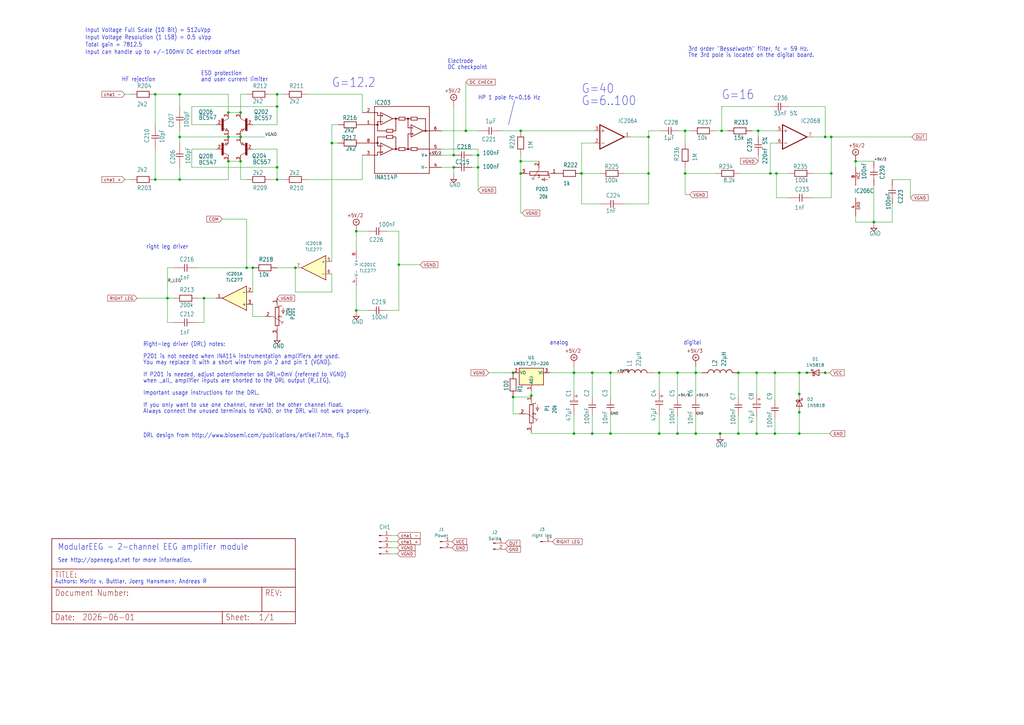
<source format=kicad_sch>
(kicad_sch (version 20230121) (generator eeschema)
  (paper "User" 427.126 302.666)
  (junction (at 217.17 72.39))
  (junction (at 115.57 39.37))
  (junction (at 307.975 180.975))
  (junction (at 333.375 180.975))
  (junction (at 282.575 180.975))
  (junction (at 344.17 155.575))
  (junction (at 323.215 180.975))
  (junction (at 95.25 57.15))
  (junction (at 115.57 44.45))
  (junction (at 307.975 155.575))
  (junction (at 138.43 59.69))
  (junction (at 74.93 74.93))
  (junction (at 300.99 54.61))
  (junction (at 364.49 92.71))
  (junction (at 64.77 39.37))
  (junction (at 346.71 57.15))
  (junction (at 344.17 57.15))
  (junction (at 254.635 180.975))
  (junction (at 315.595 155.575))
  (junction (at 239.395 155.575))
  (junction (at 285.75 72.39))
  (junction (at 333.375 164.465))
  (junction (at 247.015 180.975))
  (junction (at 74.93 57.15))
  (junction (at 333.375 172.085))
  (junction (at 95.25 46.99))
  (junction (at 270.51 72.39))
  (junction (at 274.955 155.575))
  (junction (at 254.635 155.575))
  (junction (at 346.71 72.39))
  (junction (at 315.595 180.975))
  (junction (at 100.33 46.99))
  (junction (at 64.77 74.93))
  (junction (at 189.23 69.85))
  (junction (at 282.575 155.575))
  (junction (at 356.87 67.31))
  (junction (at 102.87 111.76))
  (junction (at 239.395 180.975))
  (junction (at 270.51 57.15))
  (junction (at 85.09 124.46))
  (junction (at 217.17 67.31))
  (junction (at 221.615 165.1))
  (junction (at 290.195 155.575))
  (junction (at 199.39 64.77))
  (junction (at 115.57 69.85))
  (junction (at 300.355 180.975))
  (junction (at 247.015 155.575))
  (junction (at 148.59 96.52))
  (junction (at 166.37 110.49))
  (junction (at 69.85 124.46))
  (junction (at 321.31 72.39))
  (junction (at 148.59 129.54))
  (junction (at 290.195 180.975))
  (junction (at 105.41 111.76))
  (junction (at 323.215 155.575))
  (junction (at 189.23 64.77))
  (junction (at 217.17 54.61))
  (junction (at 100.33 57.15))
  (junction (at 274.955 180.975))
  (junction (at 194.31 54.61))
  (junction (at 74.93 39.37))
  (junction (at 199.39 69.85))
  (junction (at 285.75 54.61))
  (junction (at 95.25 67.31))
  (junction (at 213.995 155.575))
  (junction (at 323.85 72.39))
  (junction (at 115.57 74.93))
  (junction (at 242.57 72.39))
  (junction (at 336.55 155.575))
  (junction (at 100.33 67.31))
  (junction (at 213.995 165.735))
  (junction (at 333.375 155.575))
  (junction (at 123.19 111.76))
  (junction (at 316.23 54.61))
  (wire (pts (xy 333.375 180.975) (xy 346.075 180.975)) (stroke (width 0.1524)))
  (wire (pts (xy 364.49 92.71) (xy 356.87 92.71)) (stroke (width 0.1524)))
  (wire (pts (xy 110.49 132.08) (xy 105.41 132.08)) (stroke (width 0.1524)))
  (wire (pts (xy 333.375 170.815) (xy 333.375 172.085)))
  (wire (pts (xy 254.635 180.975) (xy 247.015 180.975)) (stroke (width 0.1524)))
  (wire (pts (xy 288.29 54.61) (xy 285.75 54.61)) (stroke (width 0.1524)))
  (wire (pts (xy 74.93 54.61) (xy 74.93 57.15)) (stroke (width 0.1524)))
  (wire (pts (xy 165.735 228.6) (xy 163.195 228.6)))
  (wire (pts (xy 184.15 54.61) (xy 194.31 54.61)) (stroke (width 0.1524)))
  (wire (pts (xy 140.97 59.69) (xy 138.43 59.69)) (stroke (width 0.1524)))
  (wire (pts (xy 315.595 155.575) (xy 315.595 164.465)) (stroke (width 0.1524)))
  (wire (pts (xy 203.835 155.575) (xy 213.995 155.575)))
  (wire (pts (xy 74.93 44.45) (xy 74.93 39.37)) (stroke (width 0.1524)))
  (wire (pts (xy 270.51 54.61) (xy 270.51 57.15)) (stroke (width 0.1524)))
  (wire (pts (xy 148.59 129.54) (xy 148.59 121.92)) (stroke (width 0.1524)))
  (wire (pts (xy 307.975 173.355) (xy 307.975 180.975)) (stroke (width 0.1524)))
  (wire (pts (xy 69.85 134.62) (xy 69.85 124.46)) (stroke (width 0.1524)))
  (wire (pts (xy 292.735 155.575) (xy 290.195 155.575)) (stroke (width 0.1524)))
  (wire (pts (xy 323.85 82.55) (xy 323.85 72.39)) (stroke (width 0.1524)))
  (wire (pts (xy 80.01 69.85) (xy 115.57 69.85)) (stroke (width 0.1524)))
  (wire (pts (xy 82.55 134.62) (xy 85.09 134.62)) (stroke (width 0.1524)))
  (wire (pts (xy 285.75 59.69) (xy 285.75 54.61)) (stroke (width 0.1524)))
  (wire (pts (xy 217.17 72.39) (xy 217.17 88.9)))
  (wire (pts (xy 166.37 129.54) (xy 166.37 110.49)) (stroke (width 0.1524)))
  (wire (pts (xy 100.33 67.31) (xy 100.33 74.93)) (stroke (width 0.1524)))
  (wire (pts (xy 247.65 59.69) (xy 242.57 59.69)) (stroke (width 0.1524)))
  (wire (pts (xy 346.71 82.55) (xy 346.71 72.39)) (stroke (width 0.1524)))
  (wire (pts (xy 82.55 111.76) (xy 102.87 111.76)) (stroke (width 0.1524)))
  (wire (pts (xy 100.33 57.15) (xy 110.49 57.15)) (stroke (width 0.1524)))
  (wire (pts (xy 274.955 155.575) (xy 272.415 155.575)) (stroke (width 0.1524)))
  (wire (pts (xy 95.25 46.99) (xy 100.33 46.99)) (stroke (width 0.1524)))
  (wire (pts (xy 165.735 231.14) (xy 163.195 231.14)))
  (wire (pts (xy 213.995 172.72) (xy 216.535 172.72)))
  (wire (pts (xy 262.89 57.15) (xy 270.51 57.15)) (stroke (width 0.1524)))
  (wire (pts (xy 138.43 52.07) (xy 138.43 59.69)) (stroke (width 0.1524)))
  (wire (pts (xy 166.37 110.49) (xy 175.26 110.49)) (stroke (width 0.1524)))
  (wire (pts (xy 298.45 72.39) (xy 285.75 72.39)) (stroke (width 0.1524)))
  (wire (pts (xy 189.23 69.85) (xy 184.15 69.85)) (stroke (width 0.1524)))
  (wire (pts (xy 105.41 52.07) (xy 115.57 52.07)) (stroke (width 0.1524)))
  (wire (pts (xy 344.17 57.15) (xy 344.17 44.45)) (stroke (width 0.1524)))
  (wire (pts (xy 95.25 57.15) (xy 100.33 57.15)) (stroke (width 0.1524)))
  (wire (pts (xy 300.99 54.61) (xy 298.45 54.61)) (stroke (width 0.1524)))
  (wire (pts (xy 196.85 64.77) (xy 199.39 64.77)) (stroke (width 0.1524)))
  (wire (pts (xy 260.35 72.39) (xy 270.51 72.39)) (stroke (width 0.1524)))
  (wire (pts (xy 242.57 59.69) (xy 242.57 72.39)) (stroke (width 0.1524)))
  (wire (pts (xy 72.39 124.46) (xy 69.85 124.46)) (stroke (width 0.1524)))
  (wire (pts (xy 74.93 69.85) (xy 74.93 74.93)) (stroke (width 0.1524)))
  (wire (pts (xy 285.75 81.28) (xy 287.655 81.28)))
  (wire (pts (xy 328.93 82.55) (xy 323.85 82.55)) (stroke (width 0.1524)))
  (wire (pts (xy 100.33 39.37) (xy 102.87 39.37)) (stroke (width 0.1524)))
  (wire (pts (xy 95.25 67.31) (xy 100.33 67.31)) (stroke (width 0.1524)))
  (wire (pts (xy 356.87 92.71) (xy 356.87 90.17)) (stroke (width 0.1524)))
  (wire (pts (xy 69.85 124.46) (xy 57.15 124.46)) (stroke (width 0.1524)))
  (wire (pts (xy 290.195 155.575) (xy 282.575 155.575)) (stroke (width 0.1524)))
  (wire (pts (xy 290.195 153.035) (xy 290.195 155.575)) (stroke (width 0.1524)))
  (wire (pts (xy 115.57 74.93) (xy 113.03 74.93)) (stroke (width 0.1524)))
  (wire (pts (xy 74.93 59.69) (xy 74.93 57.15)) (stroke (width 0.1524)))
  (wire (pts (xy 74.93 57.15) (xy 95.25 57.15)) (stroke (width 0.1524)))
  (wire (pts (xy 151.13 74.93) (xy 151.13 64.77)) (stroke (width 0.1524)))
  (wire (pts (xy 336.55 155.575) (xy 338.455 155.575)) (stroke (width 0.1524)))
  (wire (pts (xy 356.87 67.31) (xy 356.87 69.85)) (stroke (width 0.1524)))
  (wire (pts (xy 74.93 74.93) (xy 64.77 74.93)) (stroke (width 0.1524)))
  (wire (pts (xy 285.75 69.85) (xy 285.75 72.39)) (stroke (width 0.1524)))
  (wire (pts (xy 254.635 165.735) (xy 254.635 155.575)) (stroke (width 0.1524)))
  (wire (pts (xy 224.79 67.31) (xy 217.17 67.31)) (stroke (width 0.1524)))
  (wire (pts (xy 239.395 180.975) (xy 247.015 180.975)) (stroke (width 0.1524)))
  (wire (pts (xy 307.975 165.735) (xy 307.975 155.575)) (stroke (width 0.1524)))
  (wire (pts (xy 333.375 155.575) (xy 332.74 155.575)))
  (wire (pts (xy 69.85 111.76) (xy 69.85 124.46)) (stroke (width 0.1524)))
  (wire (pts (xy 213.995 165.735) (xy 221.615 165.735)))
  (wire (pts (xy 115.57 44.45) (xy 115.57 39.37)) (stroke (width 0.1524)))
  (wire (pts (xy 270.51 72.39) (xy 270.51 57.15)) (stroke (width 0.1524)))
  (wire (pts (xy 307.975 155.575) (xy 315.595 155.575)) (stroke (width 0.1524)))
  (wire (pts (xy 148.59 96.52) (xy 153.67 96.52)) (stroke (width 0.1524)))
  (wire (pts (xy 123.19 121.92) (xy 123.19 111.76)) (stroke (width 0.1524)))
  (wire (pts (xy 247.015 173.355) (xy 247.015 180.975)) (stroke (width 0.1524)))
  (wire (pts (xy 242.57 72.39) (xy 242.57 85.09)) (stroke (width 0.1524)))
  (wire (pts (xy 285.75 54.61) (xy 283.21 54.61)) (stroke (width 0.1524)))
  (wire (pts (xy 274.955 180.975) (xy 282.575 180.975)) (stroke (width 0.1524)))
  (wire (pts (xy 323.215 180.975) (xy 333.375 180.975)) (stroke (width 0.1524)))
  (wire (pts (xy 339.09 82.55) (xy 346.71 82.55)) (stroke (width 0.1524)))
  (wire (pts (xy 189.23 64.77) (xy 189.23 44.45)) (stroke (width 0.1524)))
  (wire (pts (xy 270.51 54.61) (xy 275.59 54.61)) (stroke (width 0.1524)))
  (wire (pts (xy 64.77 62.23) (xy 64.77 74.93)) (stroke (width 0.1524)))
  (wire (pts (xy 80.01 52.07) (xy 80.01 44.45)) (stroke (width 0.1524)))
  (polyline (pts (xy 214.63 41.91) (xy 212.09 52.07)) (stroke (width 0.1524) (type solid)))
  (wire (pts (xy 328.93 72.39) (xy 323.85 72.39)) (stroke (width 0.1524)))
  (wire (pts (xy 161.29 129.54) (xy 166.37 129.54)) (stroke (width 0.1524)))
  (wire (pts (xy 372.11 85.09) (xy 372.11 92.71)) (stroke (width 0.1524)))
  (wire (pts (xy 364.49 77.47) (xy 364.49 92.71)) (stroke (width 0.1524)))
  (wire (pts (xy 72.39 111.76) (xy 69.85 111.76)) (stroke (width 0.1524)))
  (wire (pts (xy 52.07 39.37) (xy 54.61 39.37)))
  (wire (pts (xy 321.31 72.39) (xy 308.61 72.39)) (stroke (width 0.1524)))
  (wire (pts (xy 74.93 39.37) (xy 95.25 39.37)) (stroke (width 0.1524)))
  (wire (pts (xy 138.43 59.69) (xy 138.43 109.22)) (stroke (width 0.1524)))
  (wire (pts (xy 72.39 134.62) (xy 69.85 134.62)) (stroke (width 0.1524)))
  (wire (pts (xy 323.215 155.575) (xy 323.215 167.005)) (stroke (width 0.1524)))
  (wire (pts (xy 115.57 69.85) (xy 115.57 74.93)) (stroke (width 0.1524)))
  (wire (pts (xy 290.195 180.975) (xy 282.575 180.975)) (stroke (width 0.1524)))
  (wire (pts (xy 115.57 39.37) (xy 113.03 39.37)) (stroke (width 0.1524)))
  (wire (pts (xy 346.71 57.15) (xy 380.365 57.15)) (stroke (width 0.1524)))
  (wire (pts (xy 52.07 74.93) (xy 54.61 74.93)) (stroke (width 0.1524)))
  (wire (pts (xy 199.39 69.85) (xy 199.39 79.375)) (stroke (width 0.1524)))
  (wire (pts (xy 346.71 72.39) (xy 346.71 57.15)) (stroke (width 0.1524)))
  (wire (pts (xy 239.395 153.035) (xy 239.395 155.575)) (stroke (width 0.1524)))
  (wire (pts (xy 217.17 67.31) (xy 217.17 72.39)) (stroke (width 0.1524)))
  (wire (pts (xy 254.635 155.575) (xy 247.015 155.575)) (stroke (width 0.1524)))
  (wire (pts (xy 333.375 164.465) (xy 333.375 155.575)))
  (wire (pts (xy 260.35 85.09) (xy 270.51 85.09)) (stroke (width 0.1524)))
  (wire (pts (xy 90.17 52.07) (xy 80.01 52.07)) (stroke (width 0.1524)))
  (wire (pts (xy 274.955 155.575) (xy 274.955 163.195)) (stroke (width 0.1524)))
  (wire (pts (xy 323.85 59.69) (xy 321.31 59.69)) (stroke (width 0.1524)))
  (wire (pts (xy 313.69 54.61) (xy 316.23 54.61)) (stroke (width 0.1524)))
  (wire (pts (xy 74.93 39.37) (xy 64.77 39.37)) (stroke (width 0.1524)))
  (wire (pts (xy 323.215 174.625) (xy 323.215 180.975)))
  (wire (pts (xy 333.375 172.085) (xy 333.375 180.975)))
  (wire (pts (xy 239.395 155.575) (xy 239.395 163.195)) (stroke (width 0.1524)))
  (wire (pts (xy 128.27 74.93) (xy 151.13 74.93)) (stroke (width 0.1524)))
  (wire (pts (xy 102.87 91.44) (xy 102.87 111.76)) (stroke (width 0.1524)))
  (wire (pts (xy 194.31 34.29) (xy 194.31 54.61)) (stroke (width 0.1524)))
  (wire (pts (xy 290.195 180.975) (xy 300.355 180.975)) (stroke (width 0.1524)))
  (wire (pts (xy 300.99 44.45) (xy 300.99 54.61)) (stroke (width 0.1524)))
  (wire (pts (xy 92.71 91.44) (xy 102.87 91.44)) (stroke (width 0.1524)))
  (wire (pts (xy 285.75 72.39) (xy 285.75 81.28)))
  (wire (pts (xy 105.41 121.92) (xy 105.41 111.76)) (stroke (width 0.1524)))
  (wire (pts (xy 80.01 62.23) (xy 80.01 69.85)) (stroke (width 0.1524)))
  (wire (pts (xy 166.37 96.52) (xy 166.37 110.49)) (stroke (width 0.1524)))
  (wire (pts (xy 323.215 155.575) (xy 333.375 155.575)) (stroke (width 0.1524)))
  (wire (pts (xy 90.17 62.23) (xy 80.01 62.23)) (stroke (width 0.1524)))
  (wire (pts (xy 343.535 155.575) (xy 344.17 155.575)))
  (wire (pts (xy 290.195 165.735) (xy 290.195 155.575)) (stroke (width 0.1524)))
  (wire (pts (xy 151.13 39.37) (xy 151.13 46.99)) (stroke (width 0.1524)))
  (wire (pts (xy 165.735 223.52) (xy 163.195 223.52)))
  (wire (pts (xy 323.85 72.39) (xy 321.31 72.39)) (stroke (width 0.1524)))
  (wire (pts (xy 194.31 54.61) (xy 199.39 54.61)) (stroke (width 0.1524)))
  (wire (pts (xy 209.55 54.61) (xy 217.17 54.61)) (stroke (width 0.1524)))
  (wire (pts (xy 247.015 165.735) (xy 247.015 155.575)) (stroke (width 0.1524)))
  (wire (pts (xy 316.23 54.61) (xy 323.85 54.61)) (stroke (width 0.1524)))
  (wire (pts (xy 105.41 62.23) (xy 115.57 62.23)) (stroke (width 0.1524)))
  (wire (pts (xy 115.57 39.37) (xy 118.11 39.37)) (stroke (width 0.1524)))
  (wire (pts (xy 161.29 96.52) (xy 166.37 96.52)) (stroke (width 0.1524)))
  (wire (pts (xy 138.43 121.92) (xy 123.19 121.92)) (stroke (width 0.1524)))
  (wire (pts (xy 254.635 173.355) (xy 254.635 180.975)) (stroke (width 0.1524)))
  (wire (pts (xy 199.39 69.85) (xy 196.85 69.85)) (stroke (width 0.1524)))
  (wire (pts (xy 247.65 54.61) (xy 217.17 54.61)) (stroke (width 0.1524)))
  (wire (pts (xy 333.375 155.575) (xy 336.55 155.575)) (stroke (width 0.1524)))
  (wire (pts (xy 316.23 54.61) (xy 316.23 57.15)) (stroke (width 0.1524)))
  (wire (pts (xy 372.11 92.71) (xy 364.49 92.71)) (stroke (width 0.1524)))
  (wire (pts (xy 379.73 74.93) (xy 372.11 74.93)) (stroke (width 0.1524)))
  (wire (pts (xy 282.575 173.355) (xy 282.575 180.975)) (stroke (width 0.1524)))
  (wire (pts (xy 184.15 62.23) (xy 199.39 62.23)) (stroke (width 0.1524)))
  (wire (pts (xy 64.77 52.07) (xy 64.77 39.37)) (stroke (width 0.1524)))
  (wire (pts (xy 315.595 180.975) (xy 323.215 180.975)) (stroke (width 0.1524)))
  (wire (pts (xy 217.17 64.77) (xy 217.17 67.31)) (stroke (width 0.1524)))
  (wire (pts (xy 321.31 44.45) (xy 300.99 44.45)) (stroke (width 0.1524)))
  (wire (pts (xy 290.195 173.355) (xy 290.195 180.975)) (stroke (width 0.1524)))
  (wire (pts (xy 165.735 226.06) (xy 163.195 226.06)))
  (wire (pts (xy 221.615 165.1) (xy 221.615 165.735)))
  (wire (pts (xy 85.09 124.46) (xy 82.55 124.46)) (stroke (width 0.1524)))
  (wire (pts (xy 128.27 39.37) (xy 151.13 39.37)) (stroke (width 0.1524)))
  (wire (pts (xy 115.57 52.07) (xy 115.57 44.45)) (stroke (width 0.1524)))
  (wire (pts (xy 221.615 180.34) (xy 221.615 180.975)))
  (wire (pts (xy 307.975 180.975) (xy 315.595 180.975)) (stroke (width 0.1524)))
  (wire (pts (xy 339.09 72.39) (xy 346.71 72.39)) (stroke (width 0.1524)))
  (wire (pts (xy 95.25 74.93) (xy 95.25 67.31)) (stroke (width 0.1524)))
  (wire (pts (xy 217.805 88.9) (xy 217.17 88.9)))
  (wire (pts (xy 303.53 54.61) (xy 300.99 54.61)) (stroke (width 0.1524)))
  (wire (pts (xy 105.41 132.08) (xy 105.41 127)) (stroke (width 0.1524)))
  (wire (pts (xy 239.395 173.355) (xy 239.395 180.975)) (stroke (width 0.1524)))
  (wire (pts (xy 339.09 57.15) (xy 344.17 57.15)) (stroke (width 0.1524)))
  (wire (pts (xy 274.955 180.975) (xy 254.635 180.975)) (stroke (width 0.1524)))
  (wire (pts (xy 199.39 64.77) (xy 199.39 69.85)) (stroke (width 0.1524)))
  (wire (pts (xy 344.17 44.45) (xy 328.93 44.45)) (stroke (width 0.1524)))
  (wire (pts (xy 115.57 62.23) (xy 115.57 69.85)) (stroke (width 0.1524)))
  (wire (pts (xy 344.17 155.575) (xy 346.075 155.575)))
  (wire (pts (xy 138.43 114.3) (xy 138.43 121.92)) (stroke (width 0.1524)))
  (wire (pts (xy 80.01 44.45) (xy 115.57 44.45)) (stroke (width 0.1524)))
  (wire (pts (xy 74.93 74.93) (xy 95.25 74.93)) (stroke (width 0.1524)))
  (wire (pts (xy 379.73 74.93) (xy 379.73 82.55)) (stroke (width 0.1524)))
  (wire (pts (xy 100.33 46.99) (xy 100.33 39.37)) (stroke (width 0.1524)))
  (wire (pts (xy 257.175 155.575) (xy 254.635 155.575)) (stroke (width 0.1524)))
  (wire (pts (xy 140.97 52.07) (xy 138.43 52.07)) (stroke (width 0.1524)))
  (wire (pts (xy 221.615 163.195) (xy 221.615 165.1)))
  (wire (pts (xy 102.87 111.76) (xy 105.41 111.76)) (stroke (width 0.1524)))
  (wire (pts (xy 123.19 111.76) (xy 115.57 111.76)) (stroke (width 0.1524)))
  (wire (pts (xy 95.25 39.37) (xy 95.25 46.99)) (stroke (width 0.1524)))
  (wire (pts (xy 184.15 64.77) (xy 189.23 64.77)) (stroke (width 0.1524)))
  (wire (pts (xy 148.59 100.965) (xy 148.59 96.52)) (stroke (width 0.1524)))
  (wire (pts (xy 148.59 129.54) (xy 153.67 129.54)) (stroke (width 0.1524)))
  (wire (pts (xy 189.23 72.39) (xy 189.23 69.85)) (stroke (width 0.1524)))
  (wire (pts (xy 307.975 180.975) (xy 300.355 180.975)) (stroke (width 0.1524)))
  (wire (pts (xy 333.375 165.735) (xy 333.375 164.465)))
  (wire (pts (xy 270.51 85.09) (xy 270.51 72.39)) (stroke (width 0.1524)))
  (wire (pts (xy 242.57 72.39) (xy 250.19 72.39)) (stroke (width 0.1524)))
  (wire (pts (xy 229.235 155.575) (xy 239.395 155.575)))
  (wire (pts (xy 282.575 155.575) (xy 274.955 155.575)) (stroke (width 0.1524)))
  (wire (pts (xy 148.59 100.965) (xy 148.59 104.14)))
  (wire (pts (xy 213.995 165.735) (xy 213.995 172.72)))
  (wire (pts (xy 364.49 67.31) (xy 356.87 67.31)) (stroke (width 0.1524)))
  (wire (pts (xy 115.57 74.93) (xy 118.11 74.93)) (stroke (width 0.1524)))
  (wire (pts (xy 274.955 173.355) (xy 274.955 180.975)) (stroke (width 0.1524)))
  (wire (pts (xy 315.595 155.575) (xy 323.215 155.575)) (stroke (width 0.1524)))
  (wire (pts (xy 282.575 165.735) (xy 282.575 155.575)) (stroke (width 0.1524)))
  (wire (pts (xy 221.615 180.975) (xy 239.395 180.975)) (stroke (width 0.1524)))
  (wire (pts (xy 148.59 119.38) (xy 148.59 121.92)))
  (wire (pts (xy 100.33 74.93) (xy 102.87 74.93)) (stroke (width 0.1524)))
  (wire (pts (xy 242.57 85.09) (xy 250.19 85.09)) (stroke (width 0.1524)))
  (wire (pts (xy 344.17 57.15) (xy 346.71 57.15)) (stroke (width 0.1524)))
  (wire (pts (xy 199.39 62.23) (xy 199.39 64.77)) (stroke (width 0.1524)))
  (wire (pts (xy 90.17 124.46) (xy 85.09 124.46)) (stroke (width 0.1524)))
  (wire (pts (xy 85.09 134.62) (xy 85.09 124.46)) (stroke (width 0.1524)))
  (wire (pts (xy 316.23 64.77) (xy 316.23 67.31)) (stroke (width 0.1524)))
  (wire (pts (xy 315.595 174.625) (xy 315.595 180.975)))
  (wire (pts (xy 321.31 59.69) (xy 321.31 72.39)) (stroke (width 0.1524)))
  (wire (pts (xy 247.015 155.575) (xy 239.395 155.575)) (stroke (width 0.1524)))
  (text "Right-leg driver (DRL) notes:" (at 59.69 144.78 0) (effects (font (size 1.778 1.5113)) (justify left bottom)))
  (text "Important usage instructions for the DRL." (at 59.69 165.1 0) (effects (font (size 1.778 1.5113)) (justify left bottom)))
  (text "G=12.2" (at 138.43 36.83 0) (effects (font (size 3.81 3.2385)) (justify left bottom)))
  (text "digital" (at 285.115 144.145 0) (effects (font (size 1.778 1.5113)) (justify left bottom)))
  (text "G=16" (at 300.99 41.91 0) (effects (font (size 3.81 3.2385)) (justify left bottom)))
  (text "when _all_ amplifier inputs are shorted to the DRL output (R_LEG)." (at 59.69 160.02 0) (effects (font (size 1.778 1.5113)) (justify left bottom)))
  (text "Always connect the unused terminals to VGND, or the DRL will not work properly." (at 59.69 172.72 0) (effects (font (size 1.778 1.5113)) (justify left bottom)))
  (text "Input Voltage Full Scale (10 Bit) = 512uVpp" (at 35.56 13.716 0) (effects (font (size 1.778 1.5113)) (justify left bottom)))
  (text "Electrode" (at 186.69 26.67 0) (effects (font (size 1.778 1.5113)) (justify left bottom)))
  (text "and user current limiter" (at 83.82 34.29 0) (effects (font (size 1.778 1.5113)) (justify left bottom)))
  (text "G=40" (at 242.57 39.37 0) (effects (font (size 3.81 3.2385)) (justify left bottom)))
  (text "3rd order \"Besselworth\" filter, fc = 59 Hz." (at 287.02 21.59 0) (effects (font (size 1.778 1.5113)) (justify left bottom)))
  (text "HP 1 pole fc=0.16 Hz" (at 199.39 41.91 0) (effects (font (size 1.778 1.5113)) (justify left bottom)))
  (text "DC checkpoint" (at 186.69 29.21 0) (effects (font (size 1.778 1.5113)) (justify left bottom)))
  (text "See http://openeeg.sf.net for more information." (at 24.13 234.95 0) (effects (font (size 1.778 1.5113)) (justify left bottom)))
  (text "P201 is not needed when INA114 instrumentation amplifiers are used." (at 59.69 149.86 0) (effects (font (size 1.778 1.5113)) (justify left bottom)))
  (text "Input can handle up to +/-100mV DC electrode offset" (at 35.56 22.86 0) (effects (font (size 1.778 1.5113)) (justify left bottom)))
  (text "DRL design from http://www.biosemi.com/publications/artikel7.htm, fig.3" (at 59.69 182.88 0) (effects (font (size 1.778 1.5113)) (justify left bottom)))
  (text "HF rejection" (at 50.8 34.29 0) (effects (font (size 1.778 1.5113)) (justify left bottom)))
  (text "Authors: Moritz v. Buttlar, Joerg Hansmann, Andreas R" (at 22.86 243.84 0) (effects (font (size 1.778 1.5113)) (justify left bottom)))
  (text "ESD protection" (at 83.82 31.75 0) (effects (font (size 1.778 1.5113)) (justify left bottom)))
  (text "analog" (at 229.235 144.145 0) (effects (font (size 1.778 1.5113)) (justify left bottom)))
  (text "G=6..100" (at 242.57 44.45 0) (effects (font (size 3.81 3.2385)) (justify left bottom)))
  (text "Total gain = 7812.5" (at 35.56 19.812 0) (effects (font (size 1.778 1.5113)) (justify left bottom)))
  (text "Input Voltage Resolution (1 LSB) = 0.5 uVpp" (at 35.56 16.764 0) (effects (font (size 1.778 1.5113)) (justify left bottom)))
  (text "If P201 is needed, adjust potentiometer so DRL=0mV (referred to VGND)" (at 59.69 157.48 0) (effects (font (size 1.778 1.5113)) (justify left bottom)))
  (text "If you only want to use one channel, never let the other channel float." (at 59.69 170.18 0) (effects (font (size 1.778 1.5113)) (justify left bottom)))
  (text "The 3rd pole is located on the digital board." (at 287.02 24.13 0) (effects (font (size 1.778 1.5113)) (justify left bottom)))
  (text "You may replace it with a short wire from pin 2 and pin 1 (VGND)." (at 59.69 152.4 0) (effects (font (size 1.778 1.5113)) (justify left bottom)))
  (text "right leg driver" (at 60.96 104.14 0) (effects (font (size 1.778 1.5113)) (justify left bottom)))
  (text "ModularEEG - 2-channel EEG amplifier module" (at 24.13 229.87 0) (effects (font (size 2.54 2.159)) (justify left bottom)))
  (label "VGND" (at 110.49 57.15 0) (effects (font (size 1.2446 1.2446))))
  (label "+5V/2" (at 364.49 67.31 0) (effects (font (size 1.016 1.016))))
  (label "R_LEG" (at 69.85 118.11 0) (effects (font (size 1.2446 1.2446))))
  (label "GND" (at 254.635 173.355 0) (effects (font (size 1.016 1.016))))
  (label "GND" (at 290.195 173.355 0) (effects (font (size 1.016 1.016))))
  (label "+5V/2" (at 184.15 64.77 180) (effects (font (size 1.016 1.016))))
  (label "+5V/3" (at 282.575 165.735 0) (effects (font (size 1.016 1.016))))
  (label "+5V/2" (at 257.175 155.575 0) (effects (font (size 1.016 1.016))))
  (label "+5V/3" (at 290.195 165.735 0) (effects (font (size 1.016 1.016))))
  (global_label "VGND" (shape input) (at 165.735 228.6 0) (property "Intersheetrefs" "${INTERSHEET_REFS}" (effects hide)))
  (global_label "VGND" (shape input) (at 316.23 67.31 180) (property "Intersheetrefs" "${INTERSHEET_REFS}" (effects hide)))
  (global_label "RIGHT LEG" (shape input) (at 57.15 124.46 180) (property "Intersheetrefs" "${INTERSHEET_REFS}" (effects hide)))
  (global_label "GND" (shape input) (at 346.075 180.975 0) (property "Intersheetrefs" "${INTERSHEET_REFS}" (effects hide)))
  (global_label "VGND" (shape input) (at 217.805 88.9 0) (property "Intersheetrefs" "${INTERSHEET_REFS}" (effects hide)))
  (global_label "GND" (shape input) (at 210.82 229.235 0) (property "Intersheetrefs" "${INTERSHEET_REFS}" (effects hide)))
  (global_label "VCC" (shape input) (at 346.075 155.575 0) (property "Intersheetrefs" "${INTERSHEET_REFS}" (effects hide)))
  (global_label "VCC" (shape input) (at 188.595 226.06 0) (property "Intersheetrefs" "${INTERSHEET_REFS}" (effects hide)))
  (global_label "VGND" (shape input) (at 199.39 79.375 0) (property "Intersheetrefs" "${INTERSHEET_REFS}" (effects hide)))
  (global_label "VGND" (shape input) (at 175.26 110.49 0) (property "Intersheetrefs" "${INTERSHEET_REFS}" (effects hide)))
  (global_label "OUT" (shape input) (at 380.365 57.15 0) (property "Intersheetrefs" "${INTERSHEET_REFS}" (effects hide)))
  (global_label "cha1 -" (shape input) (at 52.07 39.37 180) (property "Intersheetrefs" "${INTERSHEET_REFS}" (effects hide)))
  (global_label "VGND" (shape input) (at 379.73 82.55 0) (property "Intersheetrefs" "${INTERSHEET_REFS}" (effects hide)))
  (global_label "VGND" (shape input) (at 165.735 231.14 0) (property "Intersheetrefs" "${INTERSHEET_REFS}" (effects hide)))
  (global_label "cha1 -" (shape input) (at 165.735 223.52 0) (property "Intersheetrefs" "${INTERSHEET_REFS}" (effects hide)))
  (global_label "cha1 +" (shape input) (at 165.735 226.06 0) (property "Intersheetrefs" "${INTERSHEET_REFS}" (effects hide)))
  (global_label "VGND" (shape input) (at 115.57 124.46 0) (property "Intersheetrefs" "${INTERSHEET_REFS}" (effects hide)))
  (global_label "cha1 +" (shape input) (at 52.07 74.93 180) (property "Intersheetrefs" "${INTERSHEET_REFS}" (effects hide)))
  (global_label "DC CHECK" (shape input) (at 194.31 34.29 0) (property "Intersheetrefs" "${INTERSHEET_REFS}" (effects hide)))
  (global_label "GND" (shape input) (at 188.595 228.6 0) (property "Intersheetrefs" "${INTERSHEET_REFS}" (effects hide)))
  (global_label "OUT" (shape input) (at 210.82 226.695 0) (property "Intersheetrefs" "${INTERSHEET_REFS}" (effects hide)))
  (global_label "VGND" (shape input) (at 287.655 81.28 0) (property "Intersheetrefs" "${INTERSHEET_REFS}" (effects hide)))
  (global_label "VGND" (shape input) (at 203.835 155.575 180) (property "Intersheetrefs" "${INTERSHEET_REFS}" (effects hide)))
  (global_label "COM" (shape input) (at 92.71 91.44 180) (property "Intersheetrefs" "${INTERSHEET_REFS}" (effects hide)))
  (global_label "RIGHT LEG" (shape input) (at 230.505 226.06 0) (property "Intersheetrefs" "${INTERSHEET_REFS}" (effects hide)))
  (symbol (lib_id "modEEGdigital_v1.12-eagle-import:+5V/3") (at 290.195 150.495 0) (unit 1)
    (property "Reference" "#U$04" (effects hide))
    (property "Value" "+5V/3" (effects hide))
  )
  (symbol (lib_id "modEEGdigital_v1.12-eagle-import:CAPNP-5") (at 323.215 169.545 90) (unit 1)
    (property "Reference" "C9" (at 320.04 163.83 0) (effects (font (size 1.778 1.5113)) (justify right top)))
    (property "Value" "100nF" (at 320.04 171.45 0) (effects (font (size 1.778 1.5113)) (justify right top)))
    (property "Footprint" "modEEGamp_v1.12:C-5" (effects hide))
  )
  (symbol (lib_id "modEEGamp_v1.12-eagle-import:RESEU-10") (at 110.49 111.76 0) (unit 1)
    (property "Reference" "R218" (at 107.95 109.22 0) (effects (font (size 1.778 1.5113)) (justify left bottom)))
    (property "Value" "10k" (at 107.95 115.57 0) (effects (font (size 1.778 1.5113)) (justify left bottom)))
    (property "Footprint" "modEEGamp_v1.12:R_Axial_DIN0204_L3.6mm_D1.6mm_P7.62mm_Horizontal" (effects hide))
  )
  (symbol (lib_id "modEEGamp_v1.12-eagle-import:RESEU-7,5") (at 303.53 72.39 0) (unit 1)
    (property "Reference" "R234" (at 299.72 70.485 0) (effects (font (size 1.778 1.5113)) (justify left bottom)))
    (property "Value" "8.2k" (at 301.625 76.2 0) (effects (font (size 1.778 1.5113)) (justify left bottom)))
    (property "Footprint" "modEEGamp_v1.12:R_Axial_DIN0204_L3.6mm_D1.6mm_P7.62mm_Horizontal" (effects hide))
  )
  (symbol (lib_id "modEEGdigital_v1.12-eagle-import:GND") (at 148.59 132.08 0) (unit 1)
    (property "Reference" "#U$09" (effects hide))
    (property "Value" "GND" (at 146.685 135.255 0) (effects (font (size 1.778 1.5113)) (justify left bottom)))
  )
  (symbol (lib_id "modEEGamp_v1.12-eagle-import:RESEU-7,5") (at 255.27 72.39 0) (unit 1)
    (property "Reference" "R225" (at 252.095 70.485 0) (effects (font (size 1.778 1.5113)) (justify left bottom)))
    (property "Value" "100k" (at 252.095 76.2 0) (effects (font (size 1.778 1.5113)) (justify left bottom)))
    (property "Footprint" "modEEGamp_v1.12:R_Axial_DIN0204_L3.6mm_D1.6mm_P7.62mm_Horizontal" (effects hide))
  )
  (symbol (lib_id "modEEGamp_v1.12-eagle-import:CAPNP-7,5") (at 334.01 82.55 0) (unit 1)
    (property "Reference" "C233" (at 331.47 80.01 0) (effects (font (size 1.778 1.5113)) (justify left bottom)))
    (property "Value" "1nF" (at 331.47 87.63 0) (effects (font (size 1.778 1.5113)) (justify left bottom)))
    (property "Footprint" "modEEGamp_v1.12:C-5" (effects hide))
  )
  (symbol (lib_id "modEEGamp_v1.12-eagle-import:CAPNP-7,5") (at 64.77 57.15 90) (unit 1)
    (property "Reference" "C210" (at 62.23 59.69 0) (effects (font (size 1.778 1.5113)) (justify left bottom)))
    (property "Value" "10pF" (at 68.58 59.69 0) (effects (font (size 1.778 1.5113)) (justify left bottom)))
    (property "Footprint" "modEEGamp_v1.12:C-5" (effects hide))
  )
  (symbol (lib_id "modEEGamp_v1.12-eagle-import:CAPNP-5") (at 326.39 44.45 0) (unit 1)
    (property "Reference" "C236" (at 322.58 41.91 0) (effects (font (size 1.778 1.5113)) (justify left bottom)))
    (property "Value" "33nF 5%" (at 322.58 48.26 0) (effects (font (size 1.778 1.5113)) (justify left bottom)))
    (property "Footprint" "modEEGamp_v1.12:C-5" (effects hide))
  )
  (symbol (lib_id "modEEGamp_v1.12-eagle-import:CAPNP-5") (at 316.23 59.69 90) (unit 1)
    (property "Reference" "C235" (at 313.69 63.5 0) (effects (font (size 1.778 1.5113)) (justify left bottom)))
    (property "Value" "220nF 5%" (at 320.04 68.58 0) (effects (font (size 1.778 1.5113)) (justify left bottom)))
    (property "Footprint" "modEEGamp_v1.12:C-5" (effects hide))
  )
  (symbol (lib_id "modEEGdigital_v1.12-eagle-import:CAPNP-5@2") (at 307.975 170.815 270) (unit 1)
    (property "Reference" "C7" (at 304.8 163.83 0) (effects (font (size 1.778 1.5113)) (justify left bottom)))
    (property "Value" "100nF" (at 304.8 170.18 0) (effects (font (size 1.778 1.5113)) (justify left bottom)))
    (property "Footprint" "modEEGamp_v1.12:C-5" (effects hide))
  )
  (symbol (lib_id "modEEGdigital_v1.12-eagle-import:CAPNP-5") (at 290.195 168.275 90) (unit 1)
    (property "Reference" "C6" (at 288.925 165.735 0) (effects (font (size 1.778 1.5113)) (justify left bottom)))
    (property "Value" "10nF" (at 288.925 177.165 0) (effects (font (size 1.778 1.5113)) (justify left bottom)))
    (property "Footprint" "modEEGamp_v1.12:C-5" (effects hide))
  )
  (symbol (lib_id "modEEGamp_v1.12-eagle-import:CAPNP-5") (at 156.21 96.52 180) (unit 1)
    (property "Reference" "C226" (at 160.02 99.06 0) (effects (font (size 1.778 1.5113)) (justify left bottom)))
    (property "Value" "100nF" (at 165.1 92.71 0) (effects (font (size 1.778 1.5113)) (justify left bottom)))
    (property "Footprint" "modEEGamp_v1.12:C-5" (effects hide))
  )
  (symbol (lib_id "modEEGdigital_v1.12-eagle-import:CAPNP-5") (at 247.015 168.275 90) (unit 1)
    (property "Reference" "C2" (at 245.745 165.735 0) (effects (font (size 1.778 1.5113)) (justify left bottom)))
    (property "Value" "100nF" (at 245.745 177.165 0) (effects (font (size 1.778 1.5113)) (justify left bottom)))
    (property "Footprint" "modEEGamp_v1.12:C-5" (effects hide))
  )
  (symbol (lib_id "modEEGamp_v1.12-eagle-import:CAPNP-7,5") (at 77.47 111.76 0) (unit 1)
    (property "Reference" "C216" (at 74.93 109.22 0) (effects (font (size 1.778 1.5113)) (justify left bottom)))
    (property "Value" "1nF" (at 74.93 116.84 0) (effects (font (size 1.778 1.5113)) (justify left bottom)))
    (property "Footprint" "modEEGamp_v1.12:C-5" (effects hide))
  )
  (symbol (lib_id "modEEGdigital_v1.12-eagle-import:L-10") (at 264.795 155.575 90) (unit 1)
    (property "Reference" "L1" (at 263.525 153.035 0) (effects (font (size 1.778 1.5113)) (justify left bottom)))
    (property "Value" "22µH" (at 267.335 153.035 0) (effects (font (size 1.778 1.5113)) (justify left bottom)))
    (property "Footprint" "Inductor_THT:L_Radial_L7.5mm_W4.6mm_P5.00mm_Neosid_SD75" (effects hide))
  )
  (symbol (lib_id "modEEGdigital_v1.12-eagle-import:GND") (at 189.23 74.93 0) (unit 1)
    (property "Reference" "#U$012" (effects hide))
    (property "Value" "GND" (at 187.325 78.105 0) (effects (font (size 1.778 1.5113)) (justify left bottom)))
  )
  (symbol (lib_id "modEEGamp_v1.12-eagle-import:RESEU-7,5@2") (at 293.37 54.61 0) (unit 1)
    (property "Reference" "R237" (at 290.83 52.07 0) (effects (font (size 1.778 1.5113)) (justify left bottom)))
    (property "Value" "10k" (at 290.83 58.42 0) (effects (font (size 1.778 1.5113)) (justify left bottom)))
    (property "Footprint" "modEEGamp_v1.12:R_Axial_DIN0204_L3.6mm_D1.6mm_P7.62mm_Horizontal" (effects hide))
  )
  (symbol (lib_id "modEEGdigital_v1.12-eagle-import:GND") (at 364.49 95.25 0) (unit 1)
    (property "Reference" "#U$05" (effects hide))
    (property "Value" "GND" (at 362.585 98.425 0) (effects (font (size 1.778 1.5113)) (justify left bottom)))
  )
  (symbol (lib_id "Amplifier_Operational:TLC277") (at 97.79 124.46 180) (unit 1)
    (property "Reference" "IC201" (at 97.79 114.3 0))
    (property "Value" "TLC277" (at 97.79 116.84 0))
    (property "Footprint" "modEEGamp_v1.12:DIL-08" (effects hide))
    (property "Datasheet" "http://www.ti.com/lit/ds/symlink/tlc272.pdf" (effects hide))
  )
  (symbol (lib_id "modEEGamp_v1.12-eagle-import:CAPNP-7,5@2") (at 204.47 54.61 180) (unit 1)
    (property "Reference" "C221" (at 207.01 57.15 0) (effects (font (size 1.778 1.5113)) (justify left bottom)))
    (property "Value" "1µF" (at 207.01 49.53 0) (effects (font (size 1.778 1.5113)) (justify left bottom)))
    (property "Footprint" "modEEGamp_v1.12:C-10" (effects hide))
  )
  (symbol (lib_id "Amplifier_Operational:TLC277") (at 151.13 111.76 0) (unit 3)
    (property "Reference" "IC201" (at 149.86 110.49 0) (effects (justify left)))
    (property "Value" "TLC277" (at 149.86 113.03 0) (effects (justify left)))
    (property "Footprint" "modEEGamp_v1.12:DIL-08" (effects hide))
    (property "Datasheet" "http://www.ti.com/lit/ds/symlink/tlc272.pdf" (effects hide))
  )
  (symbol (lib_id "modEEGamp_v1.12-eagle-import:RESEU-7,5") (at 213.995 160.655 270) (mirror x) (unit 1)
    (property "Reference" "R1" (at 215.9 163.83 0) (effects (font (size 1.778 1.5113)) (justify left bottom)))
    (property "Value" "100" (at 210.185 163.195 0) (effects (font (size 1.778 1.5113)) (justify left bottom)))
    (property "Footprint" "modEEGamp_v1.12:R_Axial_DIN0204_L3.6mm_D1.6mm_P7.62mm_Horizontal" (effects hide))
  )
  (symbol (lib_id "modEEGamp_v1.12-eagle-import:CAPNP-7,5") (at 74.93 49.53 90) (unit 1)
    (property "Reference" "C207" (at 72.39 53.34 0) (effects (font (size 1.778 1.5113)) (justify left bottom)))
    (property "Value" "100pF" (at 78.74 53.34 0) (effects (font (size 1.778 1.5113)) (justify left bottom)))
    (property "Footprint" "modEEGamp_v1.12:C-5" (effects hide))
  )
  (symbol (lib_id "modEEGamp_v1.12-eagle-import:CAPNP-5") (at 194.31 69.85 0) (unit 1)
    (property "Reference" "C215" (at 189.865 68.58 0) (effects (font (size 1.778 1.5113)) (justify left bottom)))
    (property "Value" "100nF" (at 201.295 70.485 0) (effects (font (size 1.778 1.5113)) (justify left bottom)))
    (property "Footprint" "modEEGamp_v1.12:C-5" (effects hide))
  )
  (symbol (lib_id "modEEGamp_v1.12-eagle-import:RESEU-7,5@2") (at 308.61 54.61 0) (unit 1)
    (property "Reference" "R233" (at 306.07 52.07 0) (effects (font (size 1.778 1.5113)) (justify left bottom)))
    (property "Value" "15k" (at 306.07 58.42 0) (effects (font (size 1.778 1.5113)) (justify left bottom)))
    (property "Footprint" "modEEGamp_v1.12:R_Axial_DIN0204_L3.6mm_D1.6mm_P7.62mm_Horizontal" (effects hide))
  )
  (symbol (lib_id "modEEGamp_v1.12-eagle-import:RESEU-10") (at 123.19 74.93 0) (mirror x) (unit 1)
    (property "Reference" "R210" (at 120.65 77.47 0) (effects (font (size 1.778 1.5113)) (justify left bottom)))
    (property "Value" "2k2" (at 120.65 71.12 0) (effects (font (size 1.778 1.5113)) (justify left bottom)))
    (property "Footprint" "modEEGamp_v1.12:R_Axial_DIN0204_L3.6mm_D1.6mm_P7.62mm_Horizontal" (effects hide))
  )
  (symbol (lib_id "modEEGamp_v1.12-eagle-import:TLC277P") (at 331.47 57.15 0) (unit 2)
    (property "Reference" "IC206" (at 334.01 51.435 0) (effects (font (size 1.778 1.5113)) (justify left bottom)))
    (property "Value" "TLC277P" (effects hide))
    (property "Footprint" "modEEGamp_v1.12:DIL-08" (effects hide))
  )
  (symbol (lib_id "modEEGamp_v1.12-eagle-import:RESEU-10") (at 59.69 74.93 0) (mirror x) (unit 1)
    (property "Reference" "R203" (at 57.15 77.47 0) (effects (font (size 1.778 1.5113)) (justify left bottom)))
    (property "Value" "2k2" (at 57.15 69.85 0) (effects (font (size 1.778 1.5113)) (justify left bottom)))
    (property "Footprint" "modEEGamp_v1.12:R_Axial_DIN0204_L3.6mm_D1.6mm_P7.62mm_Horizontal" (effects hide))
  )
  (symbol (lib_id "modEEGamp_v1.12-eagle-import:+5V/2") (at 189.23 41.91 0) (unit 1)
    (property "Reference" "#U$026" (effects hide))
    (property "Value" "+5V/2" (effects hide))
  )
  (symbol (lib_id "modEEGamp_v1.12-eagle-import:RESEU-10") (at 123.19 39.37 0) (unit 1)
    (property "Reference" "R211" (at 120.65 36.83 0) (effects (font (size 1.778 1.5113)) (justify left bottom)))
    (property "Value" "2k2" (at 120.65 43.18 0) (effects (font (size 1.778 1.5113)) (justify left bottom)))
    (property "Footprint" "modEEGamp_v1.12:R_Axial_DIN0204_L3.6mm_D1.6mm_P7.62mm_Horizontal" (effects hide))
  )
  (symbol (lib_id "modEEGamp_v1.12-eagle-import:RESEU-10") (at 107.95 39.37 0) (unit 1)
    (property "Reference" "R212" (at 105.41 36.83 0) (effects (font (size 1.778 1.5113)) (justify left bottom)))
    (property "Value" "2k2" (at 105.41 43.18 0) (effects (font (size 1.778 1.5113)) (justify left bottom)))
    (property "Footprint" "modEEGamp_v1.12:R_Axial_DIN0204_L3.6mm_D1.6mm_P7.62mm_Horizontal" (effects hide))
  )
  (symbol (lib_id "Diode:1N5818") (at 340.36 155.575 0) (unit 1)
    (property "Reference" "D1" (at 340.0425 149.86 0))
    (property "Value" "1N5818" (at 340.0425 152.4 0))
    (property "Footprint" "Diode_THT:D_DO-41_SOD81_P7.62mm_Horizontal" (effects hide))
    (property "Datasheet" "http://www.vishay.com/docs/88525/1n5817.pdf" (effects hide))
  )
  (symbol (lib_id "modEEGamp_v1.12-eagle-import:RESEU-7,5") (at 146.05 52.07 180) (unit 1)
    (property "Reference" "R216" (at 142.875 50.165 0) (effects (font (size 1.778 1.5113)) (justify right top)))
    (property "Value" "2k2" (at 143.51 55.245 0) (effects (font (size 1.778 1.5113)) (justify right top)))
    (property "Footprint" "modEEGamp_v1.12:R_Axial_DIN0204_L3.6mm_D1.6mm_P7.62mm_Horizontal" (effects hide))
  )
  (symbol (lib_id "modEEGamp_v1.12-eagle-import:CAPNP-7,5") (at 255.27 85.09 0) (unit 1)
    (property "Reference" "C224" (at 252.73 82.55 0) (effects (font (size 1.778 1.5113)) (justify left bottom)))
    (property "Value" "1nF" (at 252.73 88.9 0) (effects (font (size 1.778 1.5113)) (justify left bottom)))
    (property "Footprint" "modEEGamp_v1.12:C-5" (effects hide))
  )
  (symbol (lib_id "modEEGdigital_v1.12-eagle-import:ELC-5") (at 274.955 168.275 90) (unit 1)
    (property "Reference" "C4" (at 273.685 165.735 0) (effects (font (size 1.778 1.5113)) (justify left bottom)))
    (property "Value" "47µF" (at 273.685 175.895 0) (effects (font (size 1.778 1.5113)) (justify left bottom)))
    (property "Footprint" "modEEGamp_v1.12:CP_Radial_D6.3mm_P2.50mm" (effects hide))
  )
  (symbol (lib_id "Amplifier_Operational:TLC277") (at 130.81 111.76 0) (mirror y) (unit 2)
    (property "Reference" "IC201" (at 130.81 101.6 0))
    (property "Value" "TLC277" (at 130.81 104.14 0))
    (property "Footprint" "modEEGamp_v1.12:DIL-08" (effects hide))
    (property "Datasheet" "http://www.ti.com/lit/ds/symlink/tlc272.pdf" (effects hide))
  )
  (symbol (lib_id "modEEGamp_v1.12-eagle-import:CAPNP-5") (at 194.31 64.77 0) (unit 1)
    (property "Reference" "C218" (at 190.5 62.23 0) (effects (font (size 1.778 1.5113)) (justify left bottom)))
    (property "Value" "100nF" (at 201.295 64.77 0) (effects (font (size 1.778 1.5113)) (justify left bottom)))
    (property "Footprint" "modEEGamp_v1.12:C-5" (effects hide))
  )
  (symbol (lib_id "Connector:Conn_01x01_Pin") (at 225.425 226.06 0) (unit 1)
    (property "Reference" "J3" (at 226.06 220.98 0))
    (property "Value" "right leg" (at 226.06 223.52 0))
    (property "Footprint" "Connector_PinHeader_2.54mm:PinHeader_1x01_P2.54mm_Vertical" (effects hide))
  )
  (symbol (lib_id "modEEGamp_v1.12-eagle-import:DINA3_L") (at 21.59 260.35 0) (unit 2)
    (property "Reference" "#U$1" (effects hide))
    (property "Value" "DINA3_L" (effects hide))
  )
  (symbol (lib_id "modEEGdigital_v1.12-eagle-import:GND") (at 115.57 142.24 0) (unit 1)
    (property "Reference" "#U$02" (effects hide))
    (property "Value" "GND" (at 113.665 145.415 0) (effects (font (size 1.778 1.5113)) (justify left bottom)))
  )
  (symbol (lib_id "modEEGamp_v1.12-eagle-import:CAPNP-7,5@3") (at 280.67 54.61 0) (unit 1)
    (property "Reference" "C228" (at 276.86 52.07 0) (effects (font (size 1.778 1.5113)) (justify left bottom)))
    (property "Value" "1µF" (at 276.86 58.42 0) (effects (font (size 1.778 1.5113)) (justify left bottom)))
    (property "Footprint" "modEEGamp_v1.12:C-10" (effects hide))
  )
  (symbol (lib_id "modEEGamp_v1.12-eagle-import:TLC277P") (at 356.87 80.01 0) (unit 3)
    (property "Reference" "IC206" (at 356.235 80.645 0) (effects (font (size 1.778 1.5113)) (justify left bottom)))
    (property "Value" "TLC277P" (effects hide))
    (property "Footprint" "modEEGamp_v1.12:DIL-08" (effects hide))
  )
  (symbol (lib_id "modEEGdigital_v1.12-eagle-import:ELC-5") (at 239.395 168.275 90) (unit 1)
    (property "Reference" "C1" (at 238.125 165.735 0) (effects (font (size 1.778 1.5113)) (justify left bottom)))
    (property "Value" "47µF" (at 238.125 175.895 0) (effects (font (size 1.778 1.5113)) (justify left bottom)))
    (property "Footprint" "modEEGamp_v1.12:CP_Radial_D6.3mm_P2.50mm" (effects hide))
  )
  (symbol (lib_id "Regulator_Linear:LM317_TO-220") (at 221.615 155.575 0) (mirror y) (unit 1)
    (property "Reference" "U1" (at 221.615 149.225 0))
    (property "Value" "LM317_TO-220" (at 221.615 151.765 0))
    (property "Footprint" "Package_TO_SOT_THT:TO-220-3_Vertical" (effects hide))
    (property "Datasheet" "http://www.ti.com/lit/ds/symlink/lm317.pdf" (effects hide))
  )
  (symbol (lib_id "Connector:Conn_01x02_Pin") (at 205.74 226.695 0) (unit 1)
    (property "Reference" "J2" (at 206.375 222.25 0))
    (property "Value" "Saída" (at 206.375 224.79 0))
    (property "Footprint" "Connector_PinHeader_2.54mm:PinHeader_1x02_P2.54mm_Vertical" (effects hide))
  )
  (symbol (lib_id "modEEGdigital_v1.12-eagle-import:+5V/2") (at 239.395 150.495 0) (unit 1)
    (property "Reference" "#U$03" (effects hide))
    (property "Value" "+5V/2" (effects hide))
  )
  (symbol (lib_id "modEEGamp_v1.12-eagle-import:CAPNP-5@2") (at 364.49 72.39 270) (mirror x) (unit 1)
    (property "Reference" "C230" (at 367.03 74.93 0) (effects (font (size 1.778 1.5113)) (justify left bottom)))
    (property "Value" "100nF" (at 359.41 74.93 0) (effects (font (size 1.778 1.5113)) (justify left bottom)))
    (property "Footprint" "modEEGamp_v1.12:C-5" (effects hide))
  )
  (symbol (lib_id "modEEGdigital_v1.12-eagle-import:CAPNP-5") (at 254.635 168.275 90) (unit 1)
    (property "Reference" "C3" (at 253.365 165.735 0) (effects (font (size 1.778 1.5113)) (justify left bottom)))
    (property "Value" "10nF" (at 253.365 177.165 0) (effects (font (size 1.778 1.5113)) (justify left bottom)))
    (property "Footprint" "modEEGamp_v1.12:C-5" (effects hide))
  )
  (symbol (lib_id "modEEGamp_v1.12-eagle-import:TLC277P") (at 255.27 57.15 0) (unit 1)
    (property "Reference" "IC206" (at 257.81 51.435 0) (effects (font (size 1.778 1.5113)) (justify left bottom)))
    (property "Value" "TLC277P" (effects hide))
    (property "Footprint" "modEEGamp_v1.12:DIL-08" (effects hide))
  )
  (symbol (lib_id "Connector:Conn_01x02_Pin") (at 183.515 226.06 0) (unit 1)
    (property "Reference" "J1" (at 184.15 220.98 0))
    (property "Value" "Power" (at 184.15 223.52 0))
    (property "Footprint" "Connector_PinHeader_2.54mm:PinHeader_1x02_P2.54mm_Vertical" (effects hide))
  )
  (symbol (lib_id "modEEGamp_v1.12-eagle-import:CAPNP-7,5") (at 77.47 134.62 0) (unit 1)
    (property "Reference" "C212" (at 74.93 132.08 0) (effects (font (size 1.778 1.5113)) (justify left bottom)))
    (property "Value" "1nF" (at 74.93 139.7 0) (effects (font (size 1.778 1.5113)) (justify left bottom)))
    (property "Footprint" "modEEGamp_v1.12:C-5" (effects hide))
  )
  (symbol (lib_id "modEEGamp_v1.12-eagle-import:RESEU-7,5") (at 146.05 59.69 180) (unit 1)
    (property "Reference" "R217" (at 148.59 56.515 0) (effects (font (size 1.778 1.5113)) (justify left bottom)))
    (property "Value" "2k2" (at 148.59 60.96 0) (effects (font (size 1.778 1.5113)) (justify left bottom)))
    (property "Footprint" "modEEGamp_v1.12:R_Axial_DIN0204_L3.6mm_D1.6mm_P7.62mm_Horizontal" (effects hide))
  )
  (symbol (lib_id "modEEGamp_v1.12-eagle-import:S64Y") (at 115.57 132.08 180) (unit 1)
    (property "Reference" "P201" (at 121.285 128.27 90) (effects (font (size 1.524 1.2954)) (justify left bottom)))
    (property "Value" "20k" (at 119.3292 128.27 90) (effects (font (size 1.524 1.2954)) (justify left bottom)))
    (property "Footprint" "modEEGamp_v1.12:S64Y" (effects hide))
  )
  (symbol (lib_id "modEEGamp_v1.12-eagle-import:RESEU-7,5") (at 285.75 64.77 90) (unit 1)
    (property "Reference" "R236" (at 283.21 67.31 0) (effects (font (size 1.778 1.5113)) (justify left bottom)))
    (property "Value" "1M" (at 290.83 67.31 0) (effects (font (size 1.778 1.5113)) (justify left bottom)))
    (property "Footprint" "modEEGamp_v1.12:R_Axial_DIN0204_L3.6mm_D1.6mm_P7.62mm_Horizontal" (effects hide))
  )
  (symbol (lib_id "modEEGdigital_v1.12-eagle-import:L-10") (at 300.355 155.575 90) (unit 1)
    (property "Reference" "L2" (at 299.085 153.035 0) (effects (font (size 1.778 1.5113)) (justify left bottom)))
    (property "Value" "22µH" (at 302.895 153.035 0) (effects (font (size 1.778 1.5113)) (justify left bottom)))
    (property "Footprint" "Inductor_THT:L_Radial_L7.5mm_W4.6mm_P5.00mm_Neosid_SD75" (effects hide))
  )
  (symbol (lib_id "modEEGamp_v1.12-eagle-import:TRIMPOT@2_S64Y") (at 221.615 172.72 180) (unit 1)
    (property "Reference" "P1" (at 227.33 168.91 90) (effects (font (size 1.524 1.2954)) (justify left bottom)))
    (property "Value" "20k" (at 230.4542 168.91 90) (effects (font (size 1.524 1.2954)) (justify left bottom)))
    (property "Footprint" "modEEGamp_v1.12:S64Y" (effects hide))
  )
  (symbol (lib_id "Connector:Conn_01x04_Pin") (at 158.115 226.06 0) (unit 1)
    (property "Reference" "CH1" (at 158.115 220.98 0) (effects (font (size 1.778 1.5113)) (justify left bottom)))
    (property "Value" " " (at 156.972 229.362 0) (effects (font (size 1.778 1.5113)) (justify left bottom)))
    (property "Footprint" "Connector_PinHeader_2.54mm:PinHeader_2x02_P2.54mm_Vertical" (effects hide))
  )
  (symbol (lib_id "modEEGamp_v1.12-eagle-import:RESEU-7,5") (at 217.17 59.69 90) (unit 1)
    (property "Reference" "R226" (at 214.63 62.23 0) (effects (font (size 1.778 1.5113)) (justify left bottom)))
    (property "Value" "1M" (at 222.25 62.23 0) (effects (font (size 1.778 1.5113)) (justify left bottom)))
    (property "Footprint" "modEEGamp_v1.12:R_Axial_DIN0204_L3.6mm_D1.6mm_P7.62mm_Horizontal" (effects hide))
  )
  (symbol (lib_id "modEEGamp_v1.12-eagle-import:BC557") (at 105.41 62.23 0) (mirror y) (unit 1)
    (property "Reference" "Q204" (at 111.252 66.04 0) (effects (font (size 1.778 1.5113)) (justify left bottom)))
    (property "Value" "BC557" (at 113.03 68.58 0) (effects (font (size 1.778 1.5113)) (justify left bottom)))
    (property "Footprint" "modEEGamp_v1.12:TO92" (effects hide))
  )
  (symbol (lib_id "modEEGamp_v1.12-eagle-import:BC557") (at 105.41 52.07 180) (unit 1)
    (property "Reference" "Q202" (at 112.014 45.72 0) (effects (font (size 1.778 1.5113)) (justify left bottom)))
    (property "Value" "BC557" (at 113.538 48.26 0) (effects (font (size 1.778 1.5113)) (justify left bottom)))
    (property "Footprint" "modEEGamp_v1.12:TO92" (effects hide))
  )
  (symbol (lib_id "modEEGamp_v1.12-eagle-import:CAPNP-5") (at 158.75 129.54 0) (unit 1)
    (property "Reference" "C219" (at 154.94 127 0) (effects (font (size 1.778 1.5113)) (justify left bottom)))
    (property "Value" "100nF" (at 154.94 133.35 0) (effects (font (size 1.778 1.5113)) (justify left bottom)))
    (property "Footprint" "modEEGamp_v1.12:C-5" (effects hide))
  )
  (symbol (lib_id "modEEGamp_v1.12-eagle-import:RESEU-7,5") (at 334.01 72.39 0) (unit 1)
    (property "Reference" "R235" (at 330.835 70.485 0) (effects (font (size 1.778 1.5113)) (justify left bottom)))
    (property "Value" "100k" (at 331.47 76.2 0) (effects (font (size 1.778 1.5113)) (justify left bottom)))
    (property "Footprint" "modEEGamp_v1.12:R_Axial_DIN0204_L3.6mm_D1.6mm_P7.62mm_Horizontal" (effects hide))
  )
  (symbol (lib_id "modEEGdigital_v1.12-eagle-import:ELC-5") (at 315.595 169.545 90) (unit 1)
    (property "Reference" "C8" (at 312.42 163.83 0) (effects (font (size 1.778 1.5113)) (justify right top)))
    (property "Value" "47µF" (at 312.42 170.815 0) (effects (font (size 1.778 1.5113)) (justify right top)))
    (property "Footprint" "modEEGamp_v1.12:CP_Radial_D6.3mm_P2.50mm" (effects hide))
  )
  (symbol (lib_id "modEEGamp_v1.12-eagle-import:+5V/2") (at 356.87 64.77 0) (mirror y) (unit 1)
    (property "Reference" "#U$07" (effects hide))
    (property "Value" "+5V/2" (effects hide))
  )
  (symbol (lib_id "modEEGdigital_v1.12-eagle-import:CAPNP-5") (at 282.575 168.275 90) (unit 1)
    (property "Reference" "C5" (at 281.305 165.735 0) (effects (font (size 1.778 1.5113)) (justify left bottom)))
    (property "Value" "100nF" (at 281.305 177.165 0) (effects (font (size 1.778 1.5113)) (justify left bottom)))
    (property "Footprint" "modEEGamp_v1.12:C-5" (effects hide))
  )
  (symbol (lib_id "modEEGamp_v1.12-eagle-import:BC547") (at 90.17 52.07 0) (unit 1)
    (property "Reference" "Q206" (at 82.804 47.752 0) (effects (font (size 1.778 1.5113)) (justify left bottom)))
    (property "Value" "BC547" (at 82.804 50.038 0) (effects (font (size 1.778 1.5113)) (justify left bottom)))
    (property "Footprint" "modEEGamp_v1.12:TO92" (effects hide))
  )
  (symbol (lib_id "modEEGamp_v1.12-eagle-import:BC547") (at 90.17 62.23 0) (mirror x) (unit 1)
    (property "Reference" "Q208" (at 82.804 64.262 0) (effects (font (size 1.778 1.5113)) (justify left bottom)))
    (property "Value" "BC547" (at 82.804 66.802 0) (effects (font (size 1.778 1.5113)) (justify left bottom)))
    (property "Footprint" "modEEGamp_v1.12:TO92" (effects hide))
  )
  (symbol (lib_id "modEEGamp_v1.12-eagle-import:INA114P") (at 168.91 59.69 0) (unit 1)
    (property "Reference" "IC203" (at 156.21 43.815 0) (effects (font (size 1.778 1.5113)) (justify left bottom)))
    (property "Value" "INA114P" (at 156.21 74.93 0) (effects (font (size 1.778 1.5113)) (justify left bottom)))
    (property "Footprint" "modEEGamp_v1.12:DIL-08" (effects hide))
  )
  (symbol (lib_id "modEEGamp_v1.12-eagle-import:RESEU-7,5") (at 237.49 72.39 0) (unit 1)
    (property "Reference" "R222" (at 234.95 69.85 0) (effects (font (size 1.778 1.5113)) (justify left bottom)))
    (property "Value" "1k" (at 234.95 77.47 0) (effects (font (size 1.778 1.5113)) (justify left bottom)))
    (property "Footprint" "modEEGamp_v1.12:R_Axial_DIN0204_L3.6mm_D1.6mm_P7.62mm_Horizontal" (effects hide))
  )
  (symbol (lib_id "Diode:1N5818") (at 333.375 168.275 270) (unit 1)
    (property "Reference" "D2" (at 336.55 166.6875 90) (effects (justify left)))
    (property "Value" "1N5818" (at 336.55 169.2275 90) (effects (justify left)))
    (property "Footprint" "Diode_THT:D_DO-41_SOD81_P7.62mm_Horizontal" (effects hide))
    (property "Datasheet" "http://www.vishay.com/docs/88525/1n5817.pdf" (effects hide))
  )
  (symbol (lib_id "modEEGamp_v1.12-eagle-import:TRIMPOT@2_S64Y") (at 224.79 72.39 90) (unit 1)
    (property "Reference" "P203" (at 228.6 78.105 90) (effects (font (size 1.524 1.2954)) (justify left bottom)))
    (property "Value" "20k" (at 228.6 81.2292 90) (effects (font (size 1.524 1.2954)) (justify left bottom)))
    (property "Footprint" "modEEGamp_v1.12:S64Y" (effects hide))
  )
  (symbol (lib_id "modEEGamp_v1.12-eagle-import:CAPNP-5@2") (at 372.11 80.01 270) (mirror x) (unit 1)
    (property "Reference" "C223" (at 374.65 85.09 0) (effects (font (size 1.778 1.5113)) (justify left bottom)))
    (property "Value" "100nF" (at 369.57 87.63 0) (effects (font (size 1.778 1.5113)) (justify left bottom)))
    (property "Footprint" "modEEGamp_v1.12:C-5" (effects hide))
  )
  (symbol (lib_id "modEEGamp_v1.12-eagle-import:CAPNP-7,5") (at 74.93 64.77 270) (mirror x) (unit 1)
    (property "Reference" "C206" (at 71.12 68.58 0) (effects (font (size 1.778 1.5113)) (justify left bottom)))
    (property "Value" "100pF" (at 77.47 68.58 0) (effects (font (size 1.778 1.5113)) (justify left bottom)))
    (property "Footprint" "modEEGamp_v1.12:C-5" (effects hide))
  )
  (symbol (lib_id "modEEGamp_v1.12-eagle-import:RESEU-10") (at 77.47 124.46 0) (unit 1)
    (property "Reference" "R213" (at 74.93 121.92 0) (effects (font (size 1.778 1.5113)) (justify left bottom)))
    (property "Value" "200k" (at 74.93 128.27 0) (effects (font (size 1.778 1.5113)) (justify left bottom)))
    (property "Footprint" "modEEGamp_v1.12:R_Axial_DIN0204_L3.6mm_D1.6mm_P7.62mm_Horizontal" (effects hide))
  )
  (symbol (lib_id "modEEGamp_v1.12-eagle-import:+5V/2") (at 148.59 93.98 0) (unit 1)
    (property "Reference" "#U$017" (effects hide))
    (property "Value" "+5V/2" (effects hide))
  )
  (symbol (lib_id "modEEGdigital_v1.12-eagle-import:GND") (at 300.355 183.515 0) (unit 1)
    (property "Reference" "#U$06" (effects hide))
    (property "Value" "GND" (at 298.45 186.69 0) (effects (font (size 1.778 1.5113)) (justify left bottom)))
  )
  (symbol (lib_id "modEEGamp_v1.12-eagle-import:RESEU-10") (at 59.69 39.37 0) (unit 1)
    (property "Reference" "R204" (at 57.15 36.83 0) (effects (font (size 1.778 1.5113)) (justify left bottom)))
    (property "Value" "2k2" (at 57.15 44.45 0) (effects (font (size 1.778 1.5113)) (justify left bottom)))
    (property "Footprint" "modEEGamp_v1.12:R_Axial_DIN0204_L3.6mm_D1.6mm_P7.62mm_Horizontal" (effects hide))
  )
  (symbol (lib_id "modEEGamp_v1.12-eagle-import:RESEU-10") (at 107.95 74.93 0) (mirror x) (unit 1)
    (property "Reference" "R209" (at 105.41 77.47 0) (effects (font (size 1.778 1.5113)) (justify left bottom)))
    (property "Value" "2k2" (at 105.41 71.12 0) (effects (font (size 1.778 1.5113)) (justify left bottom)))
    (property "Footprint" "modEEGamp_v1.12:R_Axial_DIN0204_L3.6mm_D1.6mm_P7.62mm_Horizontal" (effects hide))
  )
)
</source>
